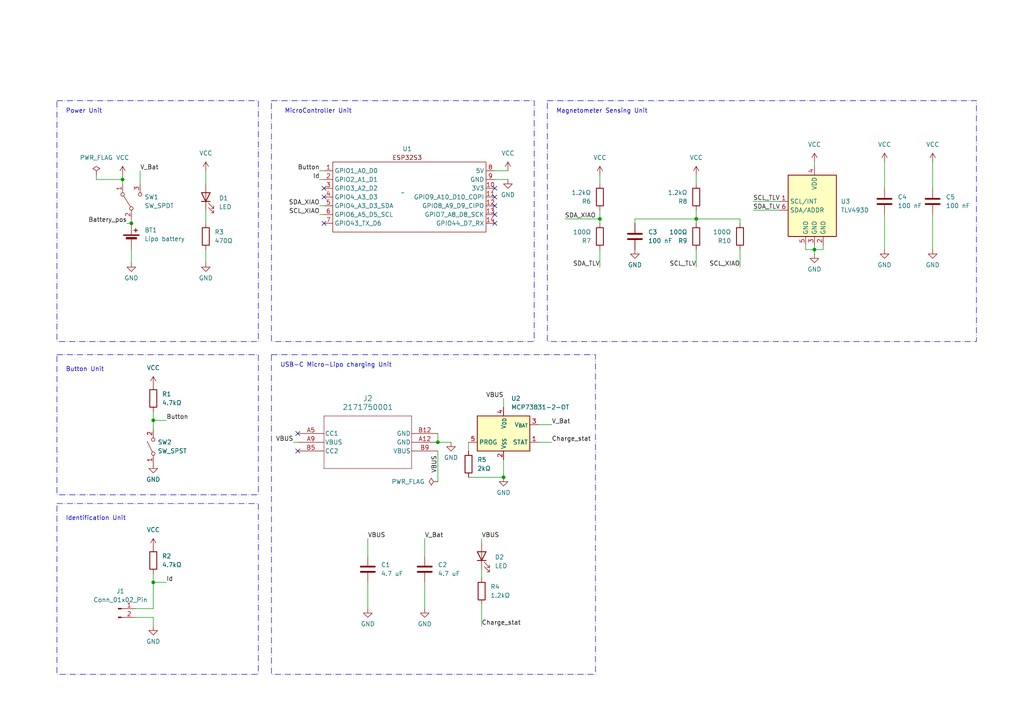
<source format=kicad_sch>
(kicad_sch (version 20230121) (generator eeschema)
  (paper "A4")
  (lib_symbols
    (symbol "Battery_Management:MCP73831-2-OT"
      (property "Reference" "U" (at -7.62 6.35 0))
      (property "Value" "MCP73831-2-OT" (at 1.27 6.35 0))
      (symbol "MCP73831-2-OT_0_1"
        (rectangle (start -7.62 5.08) (end 7.62 -5.08) (stroke (width 0.254)) (fill (type background)))
      )
      (symbol "MCP73831-2-OT_1_1"
        (pin output line (at 10.16 -2.54 180) (length 2.54) (name "STAT") (number "1"))
        (pin power_in line (at 0 -7.62 90) (length 2.54) (name "V_{SS}") (number "2"))
        (pin power_out line (at 10.16 2.54 180) (length 2.54) (name "V_{BAT}") (number "3"))
        (pin power_in line (at 0 7.62 270) (length 2.54) (name "V_{DD}") (number "4"))
        (pin input line (at -10.16 -2.54 0) (length 2.54) (name "PROG") (number "5"))
      )
    )
    (symbol "Connector:2171750001" (pin_names (offset 0.254))
      (property "Reference" "J" (at 0 12.7 0))
      (property "Value" "2171750001" (at 0 10.16 0))
      (symbol "2171750001_0_1"
        (polyline (pts (xy -12.7 -7.62) (xy 12.7 -7.62)) (stroke (width 0.127)))
        (polyline (pts (xy -12.7 7.62) (xy -12.7 -7.62)) (stroke (width 0.127)))
        (polyline (pts (xy 12.7 -7.62) (xy 12.7 7.62)) (stroke (width 0.127)))
        (polyline (pts (xy 12.7 7.62) (xy -12.7 7.62)) (stroke (width 0.127)))
        (pin power_out line (at 20.32 0 180) (length 7.62) (name "GND") (number "A12"))
        (pin bidirectional line (at -20.32 2.54 0) (length 7.62) (name "CC1") (number "A5"))
        (pin power_in line (at -20.32 0 0) (length 7.62) (name "VBUS") (number "A9"))
        (pin bidirectional line (at -20.32 -2.54 0) (length 7.62) (name "CC2") (number "B5"))
        (pin power_in line (at 20.32 -2.54 180) (length 7.62) (name "VBUS") (number "B9"))
      )
      (symbol "2171750001_1_1"
        (pin passive line (at 20.32 2.54 180) (length 7.62) (name "GND") (number "B12"))
      )
    )
    (symbol "Connector:Conn_01x02_Pin" (pin_names (offset 1.016) hide)
      (property "Reference" "J" (at 0 2.54 0))
      (property "Value" "Conn_01x02_Pin" (at 0 -5.08 0))
      (symbol "Conn_01x02_Pin_1_1"
        (polyline (pts (xy 1.27 -2.54) (xy 0.8636 -2.54)) (stroke (width 0.1524)))
        (polyline (pts (xy 1.27 0) (xy 0.8636 0)) (stroke (width 0.1524)))
        (rectangle (start 0.8636 -2.413) (end 0 -2.667) (stroke (width 0.1524)) (fill (type outline)))
        (rectangle (start 0.8636 0.127) (end 0 -0.127) (stroke (width 0.1524)) (fill (type outline)))
        (pin passive line (at 5.08 0 180) (length 3.81) (name "Pin_1") (number "1"))
        (pin passive line (at 5.08 -2.54 180) (length 3.81) (name "Pin_2") (number "2"))
      )
    )
    (symbol "Device:Battery_Cell" (pin_numbers hide) (pin_names (offset 0) hide)
      (property "Reference" "BT" (at 2.54 2.54 0))
      (property "Value" "Battery_Cell" (at 2.54 0 0))
      (symbol "Battery_Cell_0_1"
        (rectangle (start -2.286 1.778) (end 2.286 1.524) (fill (type outline)))
        (rectangle (start -1.524 1.016) (end 1.524 0.508) (fill (type outline)))
        (polyline (pts (xy 0 0.762) (xy 0 0)))
        (polyline (pts (xy 0 1.778) (xy 0 2.54)))
        (polyline (pts (xy 0.762 3.048) (xy 1.778 3.048)) (stroke (width 0.254)))
        (polyline (pts (xy 1.27 3.556) (xy 1.27 2.54)) (stroke (width 0.254)))
      )
      (symbol "Battery_Cell_1_1"
        (pin passive line (at 0 5.08 270) (length 2.54) (name "+") (number "1"))
        (pin passive line (at 0 -2.54 90) (length 2.54) (name "-") (number "2"))
      )
    )
    (symbol "Device:C" (pin_numbers hide) (pin_names (offset 0.254))
      (property "Reference" "C" (at 0.635 2.54 0))
      (property "Value" "C" (at 0.635 -2.54 0))
      (symbol "C_0_1"
        (polyline (pts (xy -2.032 -0.762) (xy 2.032 -0.762)) (stroke (width 0.508)))
        (polyline (pts (xy -2.032 0.762) (xy 2.032 0.762)) (stroke (width 0.508)))
      )
      (symbol "C_1_1"
        (pin passive line (at 0 3.81 270) (length 2.794) (name "~") (number "1"))
        (pin passive line (at 0 -3.81 90) (length 2.794) (name "~") (number "2"))
      )
    )
    (symbol "Device:LED" (pin_numbers hide) (pin_names (offset 1.016) hide)
      (property "Reference" "D" (at 0 2.54 0))
      (property "Value" "LED" (at 0 -2.54 0))
      (symbol "LED_0_1"
        (polyline (pts (xy -1.27 -1.27) (xy -1.27 1.27)) (stroke (width 0.254)))
        (polyline (pts (xy -1.27 0) (xy 1.27 0)))
        (polyline (pts (xy 1.27 -1.27) (xy 1.27 1.27) (xy -1.27 0) (xy 1.27 -1.27)) (stroke (width 0.254)))
        (polyline (pts (xy -3.048 -0.762) (xy -4.572 -2.286) (xy -3.81 -2.286) (xy -4.572 -2.286) (xy -4.572 -1.524)))
        (polyline (pts (xy -1.778 -0.762) (xy -3.302 -2.286) (xy -2.54 -2.286) (xy -3.302 -2.286) (xy -3.302 -1.524)))
      )
      (symbol "LED_1_1"
        (pin passive line (at -3.81 0 0) (length 2.54) (name "K") (number "1"))
        (pin passive line (at 3.81 0 180) (length 2.54) (name "A") (number "2"))
      )
    )
    (symbol "Device:R" (pin_numbers hide) (pin_names (offset 0))
      (property "Reference" "R" (at 2.032 0 90))
      (property "Value" "R" (at 0 0 90))
      (symbol "R_0_1"
        (rectangle (start -1.016 -2.54) (end 1.016 2.54) (stroke (width 0.254)))
      )
      (symbol "R_1_1"
        (pin passive line (at 0 3.81 270) (length 1.27) (name "~") (number "1"))
        (pin passive line (at 0 -3.81 90) (length 1.27) (name "~") (number "2"))
      )
    )
    (symbol "Sensor_Magnetic:TLV493D"
      (property "Reference" "U" (at -6.35 11.43 0))
      (property "Value" "TLV493D" (at 5.08 11.43 0))
      (symbol "TLV493D_0_1"
        (rectangle (start -7.62 10.16) (end 6.35 -7.62) (stroke (width 0.254)) (fill (type background)))
      )
      (symbol "TLV493D_1_1"
        (pin bidirectional line (at -10.16 2.54 0) (length 2.54) (name "SCL/INT") (number "1"))
        (pin power_in line (at 2.54 -10.16 90) (length 2.54) (name "GND") (number "2"))
        (pin power_in line (at 0 -10.16 90) (length 2.54) (name "GND") (number "3"))
        (pin power_in line (at 0 12.7 270) (length 2.54) (name "VDD") (number "4"))
        (pin power_in line (at -2.54 -10.16 90) (length 2.54) (name "GND") (number "5"))
        (pin bidirectional line (at -10.16 0 0) (length 2.54) (name "SDA/ADDR") (number "6"))
      )
    )
    (symbol "Switch:SW_SPDT" (pin_names (offset 0) hide)
      (property "Reference" "SW" (at 0 4.318 0))
      (property "Value" "SW_SPDT" (at 0 -5.08 0))
      (symbol "SW_SPDT_0_0"
        (circle (center -2.032 0) (radius 0.508))
        (circle (center 2.032 -2.54) (radius 0.508))
      )
      (symbol "SW_SPDT_0_1"
        (polyline (pts (xy -1.524 0.254) (xy 1.651 2.286)))
        (circle (center 2.032 2.54) (radius 0.508))
      )
      (symbol "SW_SPDT_1_1"
        (pin passive line (at 5.08 2.54 180) (length 2.54) (name "A") (number "1"))
        (pin passive line (at -5.08 0 0) (length 2.54) (name "B") (number "2"))
        (pin passive line (at 5.08 -2.54 180) (length 2.54) (name "C") (number "3"))
      )
    )
    (symbol "Switch:SW_SPST" (pin_names (offset 0) hide)
      (property "Reference" "SW" (at 0 3.175 0))
      (property "Value" "SW_SPST" (at 0 -2.54 0))
      (symbol "SW_SPST_0_0"
        (circle (center -2.032 0) (radius 0.508))
        (polyline (pts (xy -1.524 0.254) (xy 1.524 1.778)))
        (circle (center 2.032 0) (radius 0.508))
      )
      (symbol "SW_SPST_1_1"
        (pin passive line (at -5.08 0 0) (length 2.54) (name "A") (number "1"))
        (pin passive line (at 5.08 0 180) (length 2.54) (name "B") (number "2"))
      )
    )
    (symbol "XIAO:XIAO_ESP32_SENSE"
      (property "Reference" "U" (at 0 0 0))
      (symbol "XIAO_ESP32_SENSE_0_1"
        (polyline (pts (xy -20.32 8.89) (xy -20.32 -11.43) (xy 24.13 -11.43) (xy 24.13 8.89) (xy -20.32 8.89)))
      )
      (symbol "XIAO_ESP32_SENSE_1_1"
        (text "ESP32S3" (at 1.27 10.16 0) (effects (font (size 1.27 1.27))))
        (pin bidirectional line (at -22.86 6.35 0) (length 2.54) (name "GPIO1_A0_D0") (number "1"))
        (pin bidirectional line (at 26.67 1.27 180) (length 2.54) (name "3V3") (number "10"))
        (pin bidirectional line (at 26.67 -1.27 180) (length 2.54) (name "GPIO9_A10_D10_COPI") (number "11"))
        (pin bidirectional line (at 26.67 -3.81 180) (length 2.54) (name "GPIO8_A9_D9_CIPO") (number "12"))
        (pin bidirectional line (at 26.67 -6.35 180) (length 2.54) (name "GPIO7_A8_D8_SCK") (number "13"))
        (pin bidirectional line (at 26.67 -8.89 180) (length 2.54) (name "GPIO44_D7_RX") (number "14"))
        (pin bidirectional line (at -22.86 3.81 0) (length 2.54) (name "GPIO2_A1_D1") (number "2"))
        (pin bidirectional line (at -22.86 1.27 0) (length 2.54) (name "GPIO3_A2_D2") (number "3"))
        (pin bidirectional line (at -22.86 -1.27 0) (length 2.54) (name "GPIO4_A3_D3") (number "4"))
        (pin bidirectional line (at -22.86 -3.81 0) (length 2.54) (name "GPIO4_A3_D3_SDA") (number "5"))
        (pin bidirectional line (at -22.86 -6.35 0) (length 2.54) (name "GPIO6_A5_D5_SCL") (number "6"))
        (pin bidirectional line (at -22.86 -8.89 0) (length 2.54) (name "GPIO43_TX_D6") (number "7"))
        (pin bidirectional line (at 26.67 6.35 180) (length 2.54) (name "5V") (number "8"))
        (pin bidirectional line (at 26.67 3.81 180) (length 2.54) (name "GND") (number "9"))
      )
    )
    (symbol "power:GND" (power) (pin_names (offset 0))
      (property "Value" "GND" (at 0 -3.81 0))
      (symbol "GND_0_1"
        (polyline (pts (xy 0 0) (xy 0 -1.27) (xy 1.27 -1.27) (xy 0 -2.54) (xy -1.27 -1.27) (xy 0 -1.27)))
      )
      (symbol "GND_1_1"
        (pin power_in line (at 0 0 270) (length 0) hide (name "GND") (number "1"))
      )
    )
    (symbol "power:PWR_FLAG" (power) (pin_numbers hide) (pin_names (offset 0) hide)
      (property "Value" "PWR_FLAG" (at 0 3.81 0))
      (symbol "PWR_FLAG_0_0"
        (pin power_out line (at 0 0 90) (length 0) (name "pwr") (number "1"))
      )
      (symbol "PWR_FLAG_0_1"
        (polyline (pts (xy 0 0) (xy 0 1.27) (xy -1.016 1.905) (xy 0 2.54) (xy 1.016 1.905) (xy 0 1.27)))
      )
    )
    (symbol "power:VCC" (power) (pin_names (offset 0))
      (property "Value" "VCC" (at 0 3.81 0))
      (symbol "VCC_0_1"
        (polyline (pts (xy -0.762 1.27) (xy 0 2.54)))
        (polyline (pts (xy 0 0) (xy 0 2.54)))
        (polyline (pts (xy 0 2.54) (xy 0.762 1.27)))
      )
      (symbol "VCC_1_1"
        (pin power_in line (at 0 0 90) (length 0) hide (name "VCC") (number "1"))
      )
    )
  )
  (junction (at 44.45 168.91))
  (junction (at 38.1 64.77))
  (junction (at 146.05 138.43))
  (junction (at 35.56 52.07))
  (junction (at 127 128.27))
  (junction (at 201.93 63.5))
  (junction (at 44.45 121.92))
  (junction (at 236.22 72.39))
  (junction (at 173.99 63.5))
  (no_connect (at 143.51 62.23))
  (no_connect (at 143.51 57.15))
  (no_connect (at 86.36 125.73))
  (no_connect (at 143.51 59.69))
  (no_connect (at 86.36 130.81))
  (no_connect (at 93.98 57.15))
  (no_connect (at 93.98 54.61))
  (no_connect (at 143.51 64.77))
  (no_connect (at 93.98 64.77))
  (no_connect (at 143.51 54.61))
  (wire (pts (xy 135.89 138.43) (xy 146.05 138.43)))
  (wire (pts (xy 85.09 128.27) (xy 86.36 128.27)))
  (wire (pts (xy 44.45 168.91) (xy 44.45 176.53)))
  (wire (pts (xy 233.68 72.39) (xy 236.22 72.39)))
  (wire (pts (xy 238.76 72.39) (xy 238.76 71.12)))
  (wire (pts (xy 139.7 156.21) (xy 139.7 157.48)))
  (wire (pts (xy 156.21 128.27) (xy 160.02 128.27)))
  (wire (pts (xy 92.71 52.07) (xy 93.98 52.07)))
  (wire (pts (xy 127 125.73) (xy 127 128.27)))
  (wire (pts (xy 39.37 179.07) (xy 44.45 179.07)))
  (wire (pts (xy 106.68 156.21) (xy 106.68 161.29)))
  (wire (pts (xy 143.51 52.07) (xy 147.32 52.07)))
  (wire (pts (xy 218.44 60.96) (xy 226.06 60.96)))
  (wire (pts (xy 27.94 52.07) (xy 27.94 50.8)))
  (wire (pts (xy 35.56 52.07) (xy 27.94 52.07)))
  (wire (pts (xy 218.44 58.42) (xy 226.06 58.42)))
  (wire (pts (xy 173.99 77.47) (xy 173.99 72.39)))
  (wire (pts (xy 36.83 64.77) (xy 38.1 64.77)))
  (wire (pts (xy 135.89 130.81) (xy 135.89 128.27)))
  (wire (pts (xy 184.15 63.5) (xy 201.93 63.5)))
  (wire (pts (xy 146.05 138.43) (xy 146.05 133.35)))
  (wire (pts (xy 44.45 121.92) (xy 48.26 121.92)))
  (wire (pts (xy 38.1 63.5) (xy 38.1 64.77)))
  (wire (pts (xy 38.1 72.39) (xy 38.1 76.2)))
  (wire (pts (xy 146.05 115.57) (xy 146.05 118.11)))
  (wire (pts (xy 127 130.81) (xy 127 139.7)))
  (wire (pts (xy 44.45 179.07) (xy 44.45 181.61)))
  (wire (pts (xy 44.45 121.92) (xy 44.45 124.46)))
  (wire (pts (xy 35.56 50.8) (xy 35.56 52.07)))
  (wire (pts (xy 163.83 63.5) (xy 173.99 63.5)))
  (wire (pts (xy 236.22 73.66) (xy 236.22 72.39)))
  (wire (pts (xy 123.19 168.91) (xy 123.19 176.53)))
  (wire (pts (xy 44.45 168.91) (xy 48.26 168.91)))
  (wire (pts (xy 201.93 60.96) (xy 201.93 63.5)))
  (wire (pts (xy 270.51 62.23) (xy 270.51 72.39)))
  (wire (pts (xy 214.63 63.5) (xy 214.63 64.77)))
  (wire (pts (xy 44.45 119.38) (xy 44.45 121.92)))
  (wire (pts (xy 39.37 176.53) (xy 44.45 176.53)))
  (wire (pts (xy 173.99 64.77) (xy 173.99 63.5)))
  (wire (pts (xy 201.93 77.47) (xy 201.93 72.39)))
  (wire (pts (xy 201.93 63.5) (xy 214.63 63.5)))
  (wire (pts (xy 236.22 46.99) (xy 236.22 48.26)))
  (wire (pts (xy 256.54 46.99) (xy 256.54 54.61)))
  (wire (pts (xy 236.22 72.39) (xy 238.76 72.39)))
  (wire (pts (xy 143.51 49.53) (xy 147.32 49.53)))
  (wire (pts (xy 201.93 53.34) (xy 201.93 50.8)))
  (wire (pts (xy 92.71 62.23) (xy 93.98 62.23)))
  (wire (pts (xy 59.69 49.53) (xy 59.69 53.34)))
  (wire (pts (xy 40.64 49.53) (xy 40.64 53.34)))
  (wire (pts (xy 156.21 123.19) (xy 160.02 123.19)))
  (wire (pts (xy 139.7 175.26) (xy 139.7 181.61)))
  (wire (pts (xy 270.51 46.99) (xy 270.51 54.61)))
  (wire (pts (xy 139.7 165.1) (xy 139.7 167.64)))
  (wire (pts (xy 214.63 72.39) (xy 214.63 77.47)))
  (wire (pts (xy 106.68 168.91) (xy 106.68 176.53)))
  (wire (pts (xy 173.99 53.34) (xy 173.99 50.8)))
  (wire (pts (xy 59.69 60.96) (xy 59.69 64.77)))
  (wire (pts (xy 35.56 52.07) (xy 35.56 53.34)))
  (wire (pts (xy 184.15 64.77) (xy 184.15 63.5)))
  (wire (pts (xy 92.71 49.53) (xy 93.98 49.53)))
  (wire (pts (xy 236.22 72.39) (xy 236.22 71.12)))
  (wire (pts (xy 201.93 63.5) (xy 201.93 64.77)))
  (wire (pts (xy 256.54 62.23) (xy 256.54 72.39)))
  (wire (pts (xy 233.68 71.12) (xy 233.68 72.39)))
  (wire (pts (xy 92.71 59.69) (xy 93.98 59.69)))
  (wire (pts (xy 173.99 63.5) (xy 173.99 60.96)))
  (wire (pts (xy 44.45 166.37) (xy 44.45 168.91)))
  (wire (pts (xy 59.69 72.39) (xy 59.69 76.2)))
  (wire (pts (xy 130.81 128.27) (xy 127 128.27)))
  (wire (pts (xy 123.19 156.21) (xy 123.19 161.29)))
  (rectangle (start 16.51 102.87) (end 74.93 143.51) (stroke (width 0) (type dash_dot)))
  (rectangle (start 16.51 29.21) (end 74.93 99.06) (stroke (width 0) (type dash_dot)))
  (rectangle (start 78.74 29.21) (end 154.94 99.06) (stroke (width 0) (type dash_dot)))
  (rectangle (start 16.51 146.05) (end 74.93 195.58) (stroke (width 0) (type dash_dot)))
  (rectangle (start 78.74 102.87) (end 172.72 195.58) (stroke (width 0) (type dash_dot)))
  (rectangle (start 158.75 29.21) (end 283.21 99.06) (stroke (width 0) (type dash_dot)))
  (text "Power Unit\n" (at 19.05 33.02 0) (effects (font (size 1.27 1.27)) (justify left bottom)))
  (text "MicroController Unit\n" (at 82.55 33.02 0) (effects (font (size 1.27 1.27)) (justify left bottom)))
  (text "Magnetometer Sensing Unit\n" (at 161.29 33.02 0) (effects (font (size 1.27 1.27)) (justify left bottom)))
  (text "Button Unit\n" (at 19.05 107.95 0) (effects (font (size 1.27 1.27)) (justify left bottom)))
  (text "USB-C Micro-Lipo charging Unit\n" (at 81.28 106.68 0) (effects (font (size 1.27 1.27)) (justify left bottom)))
  (text "Identification Unit" (at 19.05 151.13 0) (effects (font (size 1.27 1.27)) (justify left bottom)))
  (label "Id" (at 48.26 168.91 0))
  (label "SDA_XIAO" (at 163.83 63.5 0))
  (label "SDA_TLV" (at 218.44 60.96 0))
  (label "Charge_stat" (at 139.7 181.61 0))
  (label "SCL_XIAO" (at 214.63 77.47 180))
  (label "SCL_XIAO" (at 92.71 62.23 180))
  (label "V_Bat" (at 160.02 123.19 0))
  (label "Id" (at 92.71 52.07 180))
  (label "V_Bat" (at 40.64 49.53 0))
  (label "Button" (at 92.71 49.53 180))
  (label "VBUS" (at 127 137.16 90))
  (label "V_Bat" (at 123.19 156.21 0))
  (label "VBUS" (at 106.68 156.21 0))
  (label "SDA_TLV" (at 173.99 77.47 180))
  (label "VBUS" (at 85.09 128.27 180))
  (label "VBUS" (at 139.7 156.21 0))
  (label "Button" (at 48.26 121.92 0))
  (label "SCL_TLV" (at 218.44 58.42 0))
  (label "Charge_stat" (at 160.02 128.27 0))
  (label "SCL_TLV" (at 201.93 77.47 180))
  (label "Battery_pos" (at 36.83 64.77 180))
  (label "VBUS" (at 146.05 115.57 180))
  (label "SDA_XIAO" (at 92.71 59.69 180))
  (symbol (lib_id "Device:LED") (at 59.69 57.15 90) (unit 1)
    (property "Reference" "D1" (at 63.5 57.4675 90) (effects (justify right)))
    (property "Value" "LED" (at 63.5 60.0075 90) (effects (justify right)))
    (property "Footprint" "LED_THT:LED_D4.0mm" (effects hide))
  )
  (symbol (lib_id "power:VCC") (at 270.51 46.99 0) (unit 1)
    (property "Reference" "#PWR022" (effects hide))
    (property "Value" "VCC" (at 270.51 41.91 0))
  )
  (symbol (lib_id "power:VCC") (at 236.22 46.99 0) (unit 1)
    (property "Reference" "#PWR018" (effects hide))
    (property "Value" "VCC" (at 236.22 41.91 0))
  )
  (symbol (lib_id "power:VCC") (at 173.99 50.8 0) (unit 1)
    (property "Reference" "#PWR015" (effects hide))
    (property "Value" "VCC" (at 173.99 45.72 0))
  )
  (symbol (lib_id "Device:R") (at 135.89 134.62 0) (unit 1)
    (property "Reference" "R5" (at 138.43 133.35 0) (effects (justify left)))
    (property "Value" "2kΩ" (at 138.43 135.89 0) (effects (justify left)))
    (property "Footprint" "Resistor_SMD:R_0805_2012Metric_Pad1.20x1.40mm_HandSolder" (effects hide))
  )
  (symbol (lib_id "Device:C") (at 184.15 68.58 0) (unit 1)
    (property "Reference" "C3" (at 187.96 67.31 0) (effects (justify left)))
    (property "Value" "100 nF" (at 187.96 69.85 0) (effects (justify left)))
    (property "Footprint" "Capacitor_SMD:C_0805_2012Metric_Pad1.18x1.45mm_HandSolder" (effects hide))
  )
  (symbol (lib_id "power:GND") (at 106.68 176.53 0) (unit 1)
    (property "Reference" "#PWR09" (effects hide))
    (property "Value" "GND" (at 106.68 180.975 0))
  )
  (symbol (lib_id "Device:C") (at 123.19 165.1 0) (unit 1)
    (property "Reference" "C2" (at 127 163.83 0) (effects (justify left)))
    (property "Value" "4.7 uF" (at 127 166.37 0) (effects (justify left)))
    (property "Footprint" "Capacitor_SMD:C_0805_2012Metric_Pad1.18x1.45mm_HandSolder" (effects hide))
  )
  (symbol (lib_id "power:PWR_FLAG") (at 27.94 50.8 0) (unit 1)
    (property "Reference" "#FLG01" (effects hide))
    (property "Value" "PWR_FLAG" (at 27.94 45.72 0))
  )
  (symbol (lib_id "power:GND") (at 44.45 134.62 0) (unit 1)
    (property "Reference" "#PWR04" (effects hide))
    (property "Value" "GND" (at 44.45 139.065 0))
  )
  (symbol (lib_id "Connector:2171750001") (at 106.68 128.27 0) (unit 1)
    (property "Reference" "J2" (at 106.68 115.57 0) (effects (font (size 1.524 1.524))))
    (property "Value" "2171750001" (at 106.68 118.11 0) (effects (font (size 1.524 1.524))))
    (property "Footprint" "Connector_USB:2171750001_MOL" (effects hide))
    (property "Datasheet" "2171750001" (effects hide))
  )
  (symbol (lib_id "power:VCC") (at 256.54 46.99 0) (unit 1)
    (property "Reference" "#PWR020" (effects hide))
    (property "Value" "VCC" (at 256.54 41.91 0))
  )
  (symbol (lib_id "Device:R") (at 214.63 68.58 180) (unit 1)
    (property "Reference" "R10" (at 212.09 69.85 0) (effects (justify left)))
    (property "Value" "100Ω" (at 212.09 67.31 0) (effects (justify left)))
    (property "Footprint" "Resistor_SMD:R_0805_2012Metric_Pad1.20x1.40mm_HandSolder" (effects hide))
  )
  (symbol (lib_id "power:VCC") (at 44.45 111.76 0) (unit 1)
    (property "Reference" "#PWR03" (effects hide))
    (property "Value" "VCC" (at 44.45 106.68 0))
  )
  (symbol (lib_id "power:GND") (at 256.54 72.39 0) (unit 1)
    (property "Reference" "#PWR021" (effects hide))
    (property "Value" "GND" (at 256.54 76.835 0))
  )
  (symbol (lib_id "power:VCC") (at 59.69 49.53 0) (unit 1)
    (property "Reference" "#PWR07" (effects hide))
    (property "Value" "VCC" (at 59.69 44.45 0))
  )
  (symbol (lib_id "Device:R") (at 173.99 57.15 180) (unit 1)
    (property "Reference" "R6" (at 171.45 58.42 0) (effects (justify left)))
    (property "Value" "1.2kΩ" (at 171.45 55.88 0) (effects (justify left)))
    (property "Footprint" "Resistor_SMD:R_0805_2012Metric_Pad1.20x1.40mm_HandSolder" (effects hide))
  )
  (symbol (lib_id "power:GND") (at 38.1 76.2 0) (unit 1)
    (property "Reference" "#PWR02" (effects hide))
    (property "Value" "GND" (at 38.1 80.645 0))
  )
  (symbol (lib_id "Device:R") (at 201.93 68.58 180) (unit 1)
    (property "Reference" "R9" (at 199.39 69.85 0) (effects (justify left)))
    (property "Value" "100Ω" (at 199.39 67.31 0) (effects (justify left)))
    (property "Footprint" "Resistor_SMD:R_0805_2012Metric_Pad1.20x1.40mm_HandSolder" (effects hide))
  )
  (symbol (lib_id "power:GND") (at 146.05 138.43 0) (unit 1)
    (property "Reference" "#PWR012" (effects hide))
    (property "Value" "GND" (at 146.05 142.875 0))
  )
  (symbol (lib_id "Device:LED") (at 139.7 161.29 90) (unit 1)
    (property "Reference" "D2" (at 143.51 161.6075 90) (effects (justify right)))
    (property "Value" "LED" (at 143.51 164.1475 90) (effects (justify right)))
    (property "Footprint" "LED_THT:LED_D4.0mm" (effects hide))
  )
  (symbol (lib_id "power:GND") (at 184.15 72.39 0) (unit 1)
    (property "Reference" "#PWR016" (effects hide))
    (property "Value" "GND" (at 184.15 76.835 0))
  )
  (symbol (lib_id "power:GND") (at 130.81 128.27 0) (unit 1)
    (property "Reference" "#PWR011" (effects hide))
    (property "Value" "GND" (at 130.81 132.715 0))
  )
  (symbol (lib_id "power:VCC") (at 201.93 50.8 0) (unit 1)
    (property "Reference" "#PWR017" (effects hide))
    (property "Value" "VCC" (at 201.93 45.72 0))
  )
  (symbol (lib_id "power:GND") (at 236.22 73.66 0) (unit 1)
    (property "Reference" "#PWR019" (effects hide))
    (property "Value" "GND" (at 236.22 78.105 0))
  )
  (symbol (lib_id "Device:C") (at 256.54 58.42 0) (unit 1)
    (property "Reference" "C4" (at 260.35 57.15 0) (effects (justify left)))
    (property "Value" "100 nF" (at 260.35 59.69 0) (effects (justify left)))
    (property "Footprint" "Capacitor_SMD:C_0805_2012Metric_Pad1.18x1.45mm_HandSolder" (effects hide))
  )
  (symbol (lib_id "Switch:SW_SPST") (at 44.45 129.54 90) (unit 1)
    (property "Reference" "SW2" (at 45.72 128.27 90) (effects (justify right)))
    (property "Value" "SW_SPST" (at 45.72 130.81 90) (effects (justify right)))
    (property "Footprint" "Button_Switch_THT:SW_PUSH-12mm" (effects hide))
  )
  (symbol (lib_id "power:VCC") (at 147.32 49.53 0) (unit 1)
    (property "Reference" "#PWR013" (effects hide))
    (property "Value" "VCC" (at 147.32 44.45 0))
  )
  (symbol (lib_id "Device:Battery_Cell") (at 38.1 69.85 0) (unit 1)
    (property "Reference" "BT1" (at 41.91 66.7385 0) (effects (justify left)))
    (property "Value" "Lipo battery" (at 41.91 69.2785 0) (effects (justify left)))
    (property "Footprint" "Connector_JST:JST_ZE_SM02B-ZESS-TB_1x02-1MP_P1.50mm_Horizontal" (effects hide))
  )
  (symbol (lib_id "XIAO:XIAO_ESP32_SENSE") (at 116.84 55.88 0) (unit 1)
    (property "Reference" "U1" (at 118.11 43.18 0))
    (property "Value" "~" (at 116.84 55.88 0))
    (property "Footprint" "XIAO ESP32 THT:XIAO_ESP32_SENSE" (effects hide))
  )
  (symbol (lib_id "power:GND") (at 270.51 72.39 0) (unit 1)
    (property "Reference" "#PWR023" (effects hide))
    (property "Value" "GND" (at 270.51 76.835 0))
  )
  (symbol (lib_id "Device:R") (at 139.7 171.45 0) (unit 1)
    (property "Reference" "R4" (at 142.24 170.18 0) (effects (justify left)))
    (property "Value" "1.2kΩ" (at 142.24 172.72 0) (effects (justify left)))
    (property "Footprint" "Resistor_SMD:R_0805_2012Metric_Pad1.20x1.40mm_HandSolder" (effects hide))
  )
  (symbol (lib_id "Device:C") (at 106.68 165.1 0) (unit 1)
    (property "Reference" "C1" (at 110.49 163.83 0) (effects (justify left)))
    (property "Value" "4.7 uF" (at 110.49 166.37 0) (effects (justify left)))
    (property "Footprint" "Capacitor_SMD:C_0805_2012Metric_Pad1.18x1.45mm_HandSolder" (effects hide))
  )
  (symbol (lib_id "Device:R") (at 44.45 115.57 180) (unit 1)
    (property "Reference" "R1" (at 46.99 114.3 0) (effects (justify right)))
    (property "Value" "4.7kΩ" (at 46.99 116.84 0) (effects (justify right)))
    (property "Footprint" "Resistor_SMD:R_0805_2012Metric_Pad1.20x1.40mm_HandSolder" (effects hide))
  )
  (symbol (lib_id "power:GND") (at 44.45 181.61 0) (unit 1)
    (property "Reference" "#PWR06" (effects hide))
    (property "Value" "GND" (at 44.45 186.055 0))
  )
  (symbol (lib_id "Device:R") (at 44.45 162.56 180) (unit 1)
    (property "Reference" "R2" (at 46.99 161.29 0) (effects (justify right)))
    (property "Value" "4.7kΩ" (at 46.99 163.83 0) (effects (justify right)))
    (property "Footprint" "Resistor_SMD:R_0805_2012Metric_Pad1.20x1.40mm_HandSolder" (effects hide))
  )
  (symbol (lib_id "power:PWR_FLAG") (at 127 139.7 90) (unit 1)
    (property "Reference" "#FLG03" (effects hide))
    (property "Value" "PWR_FLAG" (at 123.19 139.7 90) (effects (justify left)))
  )
  (symbol (lib_id "power:GND") (at 59.69 76.2 0) (unit 1)
    (property "Reference" "#PWR08" (effects hide))
    (property "Value" "GND" (at 59.69 80.645 0))
  )
  (symbol (lib_id "Device:R") (at 59.69 68.58 0) (unit 1)
    (property "Reference" "R3" (at 62.23 67.31 0) (effects (justify left)))
    (property "Value" "470Ω" (at 62.23 69.85 0) (effects (justify left)))
    (property "Footprint" "Resistor_SMD:R_0805_2012Metric_Pad1.20x1.40mm_HandSolder" (effects hide))
  )
  (symbol (lib_id "Connector:Conn_01x02_Pin") (at 34.29 176.53 0) (unit 1)
    (property "Reference" "J1" (at 34.925 171.45 0))
    (property "Value" "Conn_01x02_Pin" (at 34.925 173.99 0))
    (property "Footprint" "Screw_connector:40mm_rectangle_M3" (effects hide))
  )
  (symbol (lib_id "Device:R") (at 173.99 68.58 180) (unit 1)
    (property "Reference" "R7" (at 171.45 69.85 0) (effects (justify left)))
    (property "Value" "100Ω" (at 171.45 67.31 0) (effects (justify left)))
    (property "Footprint" "Resistor_SMD:R_0805_2012Metric_Pad1.20x1.40mm_HandSolder" (effects hide))
  )
  (symbol (lib_id "Battery_Management:MCP73831-2-OT") (at 146.05 125.73 0) (unit 1)
    (property "Reference" "U2" (at 148.2441 115.57 0) (effects (justify left)))
    (property "Value" "MCP73831-2-OT" (at 148.2441 118.11 0) (effects (justify left)))
    (property "Footprint" "Package_TO_SOT_SMD:SOT-23-5" (effects hide))
    (property "Datasheet" "http://ww1.microchip.com/downloads/en/DeviceDoc/20001984g.pdf" (effects hide))
  )
  (symbol (lib_id "Device:C") (at 270.51 58.42 0) (unit 1)
    (property "Reference" "C5" (at 274.32 57.15 0) (effects (justify left)))
    (property "Value" "100 nF" (at 274.32 59.69 0) (effects (justify left)))
    (property "Footprint" "Capacitor_SMD:C_0805_2012Metric_Pad1.18x1.45mm_HandSolder" (effects hide))
  )
  (symbol (lib_id "Device:R") (at 201.93 57.15 180) (unit 1)
    (property "Reference" "R8" (at 199.39 58.42 0) (effects (justify left)))
    (property "Value" "1.2kΩ" (at 199.39 55.88 0) (effects (justify left)))
    (property "Footprint" "Resistor_SMD:R_0805_2012Metric_Pad1.20x1.40mm_HandSolder" (effects hide))
  )
  (symbol (lib_id "power:VCC") (at 44.45 158.75 0) (unit 1)
    (property "Reference" "#PWR05" (effects hide))
    (property "Value" "VCC" (at 44.45 153.67 0))
  )
  (symbol (lib_id "power:VCC") (at 35.56 50.8 0) (unit 1)
    (property "Reference" "#PWR01" (effects hide))
    (property "Value" "VCC" (at 35.56 45.72 0))
  )
  (symbol (lib_id "Sensor_Magnetic:TLV493D") (at 236.22 60.96 0) (unit 1)
    (property "Reference" "U3" (at 243.84 58.42 0) (effects (justify left)))
    (property "Value" "TLV493D" (at 243.84 60.96 0) (effects (justify left)))
    (property "Footprint" "Package_TO_SOT_SMD:SOT-23-6" (effects hide))
    (property "Datasheet" "http://www.infineon.com/dgdl/Infineon-TLV493D-A1B6-DS-v01_00-EN.pdf?fileId=5546d462525dbac40152a6b85c760e80" (effects hide))
  )
  (symbol (lib_id "power:GND") (at 147.32 52.07 0) (unit 1)
    (property "Reference" "#PWR014" (effects hide))
    (property "Value" "GND" (at 147.32 56.515 0))
  )
  (symbol (lib_id "Switch:SW_SPDT") (at 38.1 58.42 90) (unit 1)
    (property "Reference" "SW1" (at 41.91 57.15 90) (effects (justify right)))
    (property "Value" "SW_SPDT" (at 41.91 59.69 90) (effects (justify right)))
    (property "Footprint" "Button_Switch_THT:SWITCH_THT_SPDT_11MA1QS1" (effects hide))
  )
  (symbol (lib_id "power:GND") (at 123.19 176.53 0) (unit 1)
    (property "Reference" "#PWR010" (effects hide))
    (property "Value" "GND" (at 123.19 180.975 0))
  )
)
</source>
